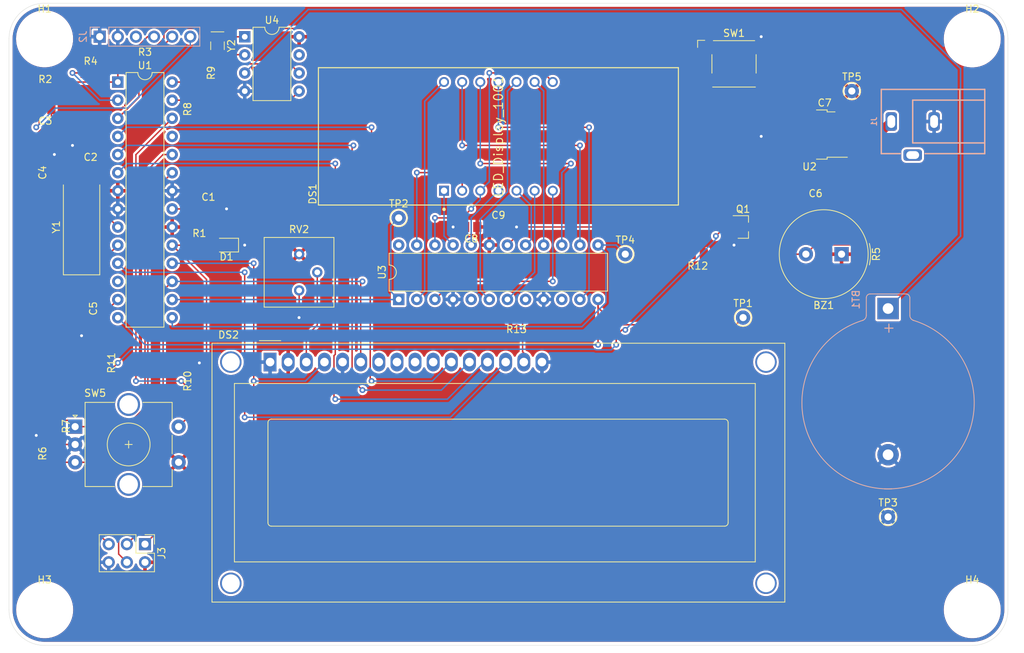
<source format=kicad_pcb>
(kicad_pcb (version 20211014) (generator pcbnew)
  (layers (0 "F.Cu" signal) (31 "B.Cu" signal) (34 "B.Paste" user) (35 "F.Paste" user) (36 "B.SilkS" user "B.Silkscreen") (37 "F.SilkS" user "F.Silkscreen") (38 "B.Mask" user) (39 "F.Mask" user) (44 "Edge.Cuts" user))
  (net 0 "")
  (net 1 "GND")
  (net 2 "Net-(C1-Pad1)")
  (net 3 "RESET")
  (net 4 "Net-(C3-Pad2)")
  (net 5 "Net-(C4-Pad1)")
  (net 6 "Net-(C5-Pad1)")
  (net 7 "Net-(C6-Pad1)")
  (net 8 "Net-(R1-Pad2)")
  (net 9 "LED_SCK")
  (net 10 "Net-(DS1-Pad1)")
  (net 11 "Net-(DS1-Pad2)")
  (net 12 "Net-(DS1-Pad3)")
  (net 13 "Net-(DS1-Pad4)")
  (net 14 "Net-(DS1-Pad5)")
  (net 15 "Net-(DS1-Pad6)")
  (net 16 "Net-(DS1-Pad7)")
  (net 17 "Net-(DS2-Pad3)")
  (net 18 "Net-(DS1-Pad9)")
  (net 19 "Net-(DS1-Pad10)")
  (net 20 "Net-(DS1-Pad11)")
  (net 21 "Net-(DS1-Pad12)")
  (net 22 "Net-(DS1-Pad13)")
  (net 23 "Net-(DS1-Pad14)")
  (net 24 "RS")
  (net 25 "D4")
  (net 26 "D5")
  (net 27 "D6")
  (net 28 "D7")
  (net 29 "Net-(DS2-Pad15)")
  (net 34 "VCC")
  (net 35 "MENU OUTPUT2")
  (net 36 "MENU_B")
  (net 37 "LOAD")
  (net 39 "Net-(J2-Pad5)")
  (net 40 "Net-(J2-Pad4)")
  (net 42 "TXD")
  (net 43 "RXD")
  (net 44 "CLK")
  (net 45 "SDA")
  (net 46 "SCL")
  (net 47 "DATA")
  (net 48 "MENU SCROLL")
  (net 49 "MOSI")
  (net 50 "BUZZER")
  (net 55 "Net-(U4-Pad1)")
  (net 56 "Net-(U4-Pad2)")
  (net 57 "+BATT")
  (net 59 "Net-(BZ1-Pad2)")
  (net 61 "Net-(Q1-Pad1)")
  (net 63 "Net-(U3-Pad18)")
  (footprint "footprints:MountingHole_3.2mm_M3" (layer "F.Cu") (at 215 140)
    (fp_text reference "H4")
    (fp_text value "MountingHole")
  )
  (footprint "footprints:TO-252-2" (layer "F.Cu") (at 192.195 73.405 180)
    (fp_text reference "U2")
    (fp_text value "L7805")
  )
  (footprint "footprints:DIP-8_W7.62mm" (layer "F.Cu") (at 113.04 59.7)
    (fp_text reference "U4")
    (fp_text value "DS1307_DIP-8")
  )
  (footprint "footprints:TC1602A-01T" (layer "F.Cu") (at 116.59 105.2925)
    (fp_text reference "DS2")
    (fp_text value "TC1602A-01T")
  )
  (footprint "footprints:R_0805_2012Metric" (layer "F.Cu") (at 85.09 67.31)
    (fp_text reference "R2")
    (fp_text value "R_0805_10K")
  )
  (footprint "footprints:DIP-28_W7.62mm" (layer "F.Cu") (at 95.25 66.05)
    (fp_text reference "U1")
    (fp_text value "ATmega328-PU")
  )
  (footprint "footprints:R_0805_2012Metric" (layer "F.Cu") (at 106.68 64.77 -90)
    (fp_text reference "R9")
    (fp_text value "R_0805_4.7K")
  )
  (footprint "footprints:C_0805_2012Metric" (layer "F.Cu") (at 144.78 86.36 180)
    (fp_text reference "C8")
    (fp_text value "C_0805_0.1uf")
  )
  (footprint "footprints:R_0805_2012Metric" (layer "F.Cu") (at 86.36 118.11 90)
    (fp_text reference "R6")
    (fp_text value "R_0805_10K")
  )
  (footprint "footprints:Crystal_SMD_HC49-SD" (layer "F.Cu") (at 90.17 86.36 90)
    (fp_text reference "Y1")
    (fp_text value "Crystal_16MHz")
  )
  (footprint "footprints:C_0805_2012Metric" (layer "F.Cu") (at 90.17 97.79 -90)
    (fp_text reference "C5")
    (fp_text value "C_0805_22pf")
  )
  (footprint "footprints:C_0805_2012Metric" (layer "F.Cu") (at 193.04 80.01 180)
    (fp_text reference "C6")
    (fp_text value "C_0805_1uf")
  )
  (footprint "footprints:DIP-24_W7.62mm" (layer "F.Cu") (at 134.615 96.51 90)
    (fp_text reference "U3")
    (fp_text value "MAX7219")
  )
  (footprint "footprints:PinHeader_2x03_P2.54mm_Vertical" (layer "F.Cu") (at 99.06 130.81 -90)
    (fp_text reference "J3")
    (fp_text value "Conn_02x03_Odd_Even")
  )
  (footprint "footprints:TestPoint_THTPad_D2.0mm_Drill1.0mm" (layer "F.Cu") (at 166.37 90.17)
    (fp_text reference "TP4")
    (fp_text value "TestPoint")
  )
  (footprint "footprints:R_0805_2012Metric" (layer "F.Cu") (at 91.44 64.77)
    (fp_text reference "R4")
    (fp_text value "R_0805_47")
  )
  (footprint "footprints:MountingHole_3.2mm_M3" (layer "F.Cu") (at 215 60)
    (fp_text reference "H2")
    (fp_text value "MountingHole")
  )
  (footprint "footprints:Potentiometer_Bourns_3386P_Vertical" (layer "F.Cu") (at 120.665 95.25)
    (fp_text reference "RV2")
    (fp_text value "R_POT_10K")
  )
  (footprint "footprints:RotaryEncoder_TT_EN11-Switch_Vertical_H20mm_CircularMountingHoles" (layer "F.Cu") (at 89.27 114.34)
    (fp_text reference "SW5")
    (fp_text value "RotaryEncoder_Switch")
  )
  (footprint "footprints:R_0805_2012Metric" (layer "F.Cu") (at 86.36 114.3 -90)
    (fp_text reference "R7")
    (fp_text value "R_0805_10K")
  )
  (footprint "footprints:MountingHole_3.2mm_M3" (layer "F.Cu") (at 85 140)
    (fp_text reference "H3")
    (fp_text value "MountingHole")
  )
  (footprint "footprints:SW_SPST_Omron_B3FS-100xP" (layer "F.Cu") (at 181.61 63.5)
    (fp_text reference "SW1")
    (fp_text value "Omron_B3F_SPST")
  )
  (footprint "footprints:R_0805_2012Metric" (layer "F.Cu") (at 176.53 90.17 180)
    (fp_text reference "R12")
    (fp_text value "R_0805_22K")
  )
  (footprint "footprints:R_0805_2012Metric" (layer "F.Cu") (at 99.06 63.5)
    (fp_text reference "R3")
    (fp_text value "R_0805_47")
  )
  (footprint "footprints:MountingHole_3.2mm_M3" (layer "F.Cu") (at 85 60)
    (fp_text reference "H1")
    (fp_text value "MountingHole")
  )
  (footprint "footprints:TestPoint_THTPad_D2.0mm_Drill1.0mm" (layer "F.Cu") (at 134.615 85.09)
    (fp_text reference "TP2")
    (fp_text value "TestPoint")
  )
  (footprint "footprints:R_0805_2012Metric" (layer "F.Cu") (at 92.71 105.41 -90)
    (fp_text reference "R11")
    (fp_text value "R_0805_2.2K")
  )
  (footprint "footprints:SOT-23" (layer "F.Cu") (at 182.88 86.36)
    (fp_text reference "Q1")
    (fp_text value "NPN_2N3904_SOT23")
  )
  (footprint "footprints:TestPoint_THTPad_D2.0mm_Drill1.0mm" (layer "F.Cu") (at 182.88 99.06)
    (fp_text reference "TP1")
    (fp_text value "TestPoint")
  )
  (footprint "footprints:R_0805_2012Metric" (layer "F.Cu") (at 106.68 107.95 90)
    (fp_text reference "R10")
    (fp_text value "R_0805_10K")
  )
  (footprint "footprints:C_0805_2012Metric" (layer "F.Cu") (at 85.09 69.85 180)
    (fp_text reference "C3")
    (fp_text value "C_0805_0.1uf")
  )
  (footprint "footprints:TestPoint_THTPad_D2.0mm_Drill1.0mm" (layer "F.Cu") (at 198.12 67.31)
    (fp_text reference "TP5")
    (fp_text value "TestPoint")
  )
  (footprint "footprints:Crystal_SMD_2Pin_3.2x1.5mm" (layer "F.Cu") (at 109.22 60.96 -90)
    (fp_text reference "Y2")
    (fp_text value "Crystal_32768Hz")
  )
  (footprint "footprints:C_0805_2012Metric" (layer "F.Cu") (at 107.95 83.82)
    (fp_text reference "C1")
    (fp_text value "C_0805_0.1uf")
  )
  (footprint "footprints:TestPoint_THTPad_D2.0mm_Drill1.0mm" (layer "F.Cu") (at 203.2 127)
    (fp_text reference "TP3")
    (fp_text value "TestPoint")
  )
  (footprint "footprints:Adafruit-1001-0-0-MFG" (layer "F.Cu") (at 148.59 73.66 90)
    (fp_text reference "DS1")
    (fp_text value "LED_Display_1001")
  )
  (footprint "footprints:R_0805_2012Metric" (layer "F.Cu") (at 106.68 69.85 90)
    (fp_text reference "R8")
    (fp_text value "R_0805_4.7K")
  )
  (footprint "footprints:R_0805_2012Metric" (layer "F.Cu") (at 151.13 99.06 180)
    (fp_text reference "R13")
    (fp_text value "R_0805_47")
  )
  (footprint "footprints:R_0805_2012Metric" (layer "F.Cu") (at 203.2 90.17 90)
    (fp_text reference "R5")
    (fp_text value "R_0805_1K")
  )
  (footprint "footprints:R_0805_2012Metric" (layer "F.Cu") (at 106.68 88.9)
    (fp_text reference "R1")
    (fp_text value "R_0805_2.2K")
  )
  (footprint "footprints:C_0805_2012Metric" (layer "F.Cu") (at 91.44 74.93 180)
    (fp_text reference "C2")
    (fp_text value "C_0805_0.1uf")
  )
  (footprint "footprints:C_0805_2012Metric" (layer "F.Cu") (at 86.36 78.74 90)
    (fp_text reference "C4")
    (fp_text value "C_0805_22pf")
  )
  (footprint "footprints:C_0805_2012Metric" (layer "F.Cu") (at 148.59 86.36)
    (fp_text reference "C9")
    (fp_text value "C_0805_10uf")
  )
  (footprint "footprints:C_0805_2012Metric" (layer "F.Cu") (at 194.31 67.31 180)
    (fp_text reference "C7")
    (fp_text value "C_0805_0.1uf")
  )
  (footprint "footprints:LED_0805_2012Metric" (layer "F.Cu") (at 110.49 88.9 180)
    (fp_text reference "D1")
    (fp_text value "LED_0805")
  )
  (footprint "footprints:Buzzer_TDK_PS1240P02BT_D12.2mm_H6.5mm" (layer "F.Cu") (at 196.680785 90.17 180)
    (fp_text reference "BZ1")
    (fp_text value "Buzzer")
  )
  (footprint "footprints:PinHeader_1x06_P2.54mm_Vertical" (layer "B.Cu") (at 92.71 59.69 -90)
    (fp_text reference "J2")
    (fp_text value "Conn_01x06")
  )
  (footprint "footprints:PJ-102AH" (layer "B.Cu") (at 206.65 71.579994 90)
    (fp_text reference "J1")
    (fp_text value "VAL**" hide)
  )
  (footprint "footprints:BatteryHolder_Keystone_106_1x20mm" (layer "B.Cu") (at 203.2 97.79 -90)
    (fp_text reference "BT1")
    (fp_text value "Battery_Cell")
  )
  (gr_line locked (start 220 60) (end 220 140) (layer "Edge.Cuts") (width 0.05))
  (gr_line locked (start 80 60) (end 80 140) (layer "Edge.Cuts") (width 0.05))
  (gr_arc locked (start 80 60) (mid 81.464466 56.464466) (end 85 55) (layer "Edge.Cuts") (width 0.05))
  (gr_arc locked (start 85 145) (mid 81.464466 143.535534) (end 80 140) (layer "Edge.Cuts") (width 0.05))
  (gr_arc locked (start 220 140) (mid 218.535534 143.535534) (end 215 145) (layer "Edge.Cuts") (width 0.05))
  (gr_line locked (start 215 55) (end 85 55) (layer "Edge.Cuts") (width 0.05))
  (gr_arc locked (start 215 55) (mid 218.535534 56.464466) (end 220 60) (layer "Edge.Cuts") (width 0.05))
  (gr_line locked (start 215 145) (end 85 145) (layer "Edge.Cuts") (width 0.05))
  (gr_text "Cuckoo Tic Toc" (at 201.93 133.35) (layer "F.Cu") (effects (font (size 1.5 1.5) (thickness 0.3))))
  (segment (start 90.59 74.93) (end 88.9 74.93) (width 0.2032) (layer "F.Cu") (net 1))
  (segment (start 106.68 107.1) (end 106.68 105.41) (width 0.2032) (layer "F.Cu") (net 1))
  (segment (start 120.665 95.25) (end 120.665 99.045) (width 0.2032) (layer "F.Cu") (net 1))
  (segment (start 190.095 77.915) (end 190.095 73.405) (width 1.27) (layer "F.Cu") (net 1))
  (segment (start 181.88 88.63) (end 181.61 88.9) (width 0.2032) (layer "F.Cu") (net 1))
  (segment (start 149.44 86.36) (end 151.13 86.36) (width 0.2032) (layer "F.Cu") (net 1))
  (segment (start 86.36 115.52) (end 86.36 117.26) (width 0.2032) (layer "F.Cu") (net 1))
  (segment (start 190.094997 73.405009) (end 185.674991 73.405009) (width 1.27) (layer "F.Cu") (net 1))
  (segment (start 111.34 88.9) (end 113.03 88.9) (width 0.2032) (layer "F.Cu") (net 1))
  (segment (start 185.61 59.88) (end 185.42 59.69) (width 0.2032) (layer "F.Cu") (net 1))
  (segment (start 86.36 117.26) (end 86.78 116.84) (width 0.2032) (layer "F.Cu") (net 1))
  (segment (start 90.17 98.64) (end 90.17 101.6) (width 0.2032) (layer "F.Cu") (net 1))
  (segment (start 190.094997 70.674992) (end 193.459989 67.31) (width 1.27) (layer "F.Cu") (net 1))
  (segment (start 192.19 80.01) (end 190.095 77.915) (width 1.27) (layer "F.Cu") (net 1))
  (segment (start 190.095 73.405) (end 190.095 70.675) (width 0.2032) (layer "F.Cu") (net 1))
  (segment (start 86.36 77.47) (end 86.36 76.2) (width 0.2032) (layer "F.Cu") (net 1))
  (segment (start 86.36 115.15) (end 84.24 115.15) (width 0.2032) (layer "F.Cu") (net 1))
  (segment (start 177.61 61.25) (end 185.61 61.25) (width 0.2032) (layer "F.Cu") (net 1))
  (segment (start 86.78 116.84) (end 89.27 116.84) (width 0.2032) (layer "F.Cu") (net 1))
  (segment (start 84.24 115.15) (end 83.82 115.57) (width 0.2032) (layer "F.Cu") (net 1))
  (segment (start 120.665 99.045) (end 120.65 99.06) (width 0.2032) (layer "F.Cu") (net 1))
  (segment (start 86.36 77.89) (end 86.36 77.47) (width 0.2032) (layer "F.Cu") (net 1))
  (segment (start 185.61 61.25) (end 185.61 59.88) (width 0.2032) (layer "F.Cu") (net 1))
  (segment (start 181.88 87.31) (end 181.88 88.63) (width 0.2032) (layer "F.Cu") (net 1))
  (segment (start 143.93 86.36) (end 142.24 86.36) (width 0.2032) (layer "F.Cu") (net 1))
  (segment (start 108.8 83.82) (end 110.49 83.82) (width 0.2032) (layer "F.Cu") (net 1))
  (segment (start 185.675 73.405) (end 185.42 73.66) (width 0.2032) (layer "F.Cu") (net 1))
  (via (at 120.65 99.06) (size 0.8128) (drill 0.4064) (layers "F.Cu" "B.Cu") (net 1))
  (via (at 110.49 83.82) (size 0.8128) (drill 0.4064) (layers "F.Cu" "B.Cu") (net 1))
  (via (at 90.17 101.6) (size 0.8128) (drill 0.4064) (layers "F.Cu" "B.Cu") (net 1))
  (via (at 185.42 73.66) (size 0.8128) (drill 0.4064) (layers "F.Cu" "B.Cu") (net 1))
  (via (at 151.13 86.36) (size 0.8128) (drill 0.4064) (layers "F.Cu" "B.Cu") (net 1))
  (via (at 83.82 115.57) (size 0.8128) (drill 0.4064) (layers "F.Cu" "B.Cu") (net 1))
  (via (at 113.03 88.9) (size 0.8128) (drill 0.4064) (layers "F.Cu" "B.Cu") (net 1))
  (via (at 88.9 74.93) (size 0.8128) (drill 0.4064) (layers "F.Cu" "B.Cu") (net 1))
  (via (at 86.36 76.2) (size 0.8128) (drill 0.4064) (layers "F.Cu" "B.Cu") (net 1))
  (via (at 181.61 88.9) (size 0.8128) (drill 0.4064) (layers "F.Cu" "B.Cu") (net 1))
  (via (at 142.24 86.36) (size 0.8128) (drill 0.4064) (layers "F.Cu" "B.Cu") (net 1))
  (via (at 185.42 59.69) (size 0.8128) (drill 0.4064) (layers "F.Cu" "B.Cu") (net 1))
  (via (at 106.68 105.41) (size 0.8128) (drill 0.4064) (layers "F.Cu" "B.Cu") (net 1))
  (segment (start 107.09 83.83) (end 107.1 83.82) (width 0.2032) (layer "F.Cu") (net 2))
  (segment (start 102.88 83.83) (end 107.09 83.83) (width 0.2032) (layer "F.Cu") (net 2))
  (segment (start 97.456501 62.23) (end 95.26 64.426501) (width 0.2032) (layer "F.Cu") (net 3))
  (segment (start 101.715689 59.936754) (end 99.422443 62.23) (width 0.2032) (layer "F.Cu") (net 3))
  (segment (start 101.715689 59.211868) (end 101.715689 59.936754) (width 0.2032) (layer "F.Cu") (net 3))
  (segment (start 85.94 71.275098) (end 85.94 69.85) (width 0.2032) (layer "F.Cu") (net 3))
  (segment (start 83.109289 119.939289) (end 83.109289 74.105809) (width 0.2032) (layer "F.Cu") (net 3))
  (segment (start 99.422443 62.23) (end 97.456501 62.23) (width 0.2032) (layer "F.Cu") (net 3))
  (segment (start 87.2 66.05) (end 95.26 66.05) (width 0.2032) (layer "F.Cu") (net 3))
  (segment (start 177.61 65.75) (end 170.395689 58.535689) (width 0.2032) (layer "F.Cu") (net 3))
  (segment (start 85.94 67.31) (end 87.2 66.05) (width 0.2032) (layer "F.Cu") (net 3))
  (segment (start 83.109289 74.105809) (end 85.94 71.275098) (width 0.2032) (layer "F.Cu") (net 3))
  (segment (start 85.94 67.31) (end 85.94 69.85) (width 0.2032) (layer "F.Cu") (net 3))
  (segment (start 102.391868 58.535689) (end 101.715689 59.211868) (width 0.2032) (layer "F.Cu") (net 3))
  (segment (start 95.26 64.426501) (end 95.26 66.05) (width 0.2032) (layer "F.Cu") (net 3))
  (segment (start 93.98 130.81) (end 83.109289 119.939289) (width 0.2032) (layer "F.Cu") (net 3))
  (segment (start 170.395689 58.535689) (end 102.391868 58.535689) (width 0.2032) (layer "F.Cu") (net 3))
  (segment (start 177.61 65.75) (end 185.61 65.75) (width 0.2032) (layer "F.Cu") (net 3))
  (segment (start 84.24 71.97) (end 83.82 72.39) (width 0.2032) (layer "F.Cu") (net 4))
  (segment (start 84.24 69.85) (end 84.24 71.97) (width 0.2032) (layer "F.Cu") (net 4))
  (via (at 83.82 72.39) (size 0.8128) (drill 0.4064) (layers "F.Cu" "B.Cu") (net 4))
  (segment (start 83.82 72.39) (end 86.515689 69.694311) (width 0.2032) (layer "B.Cu") (net 4))
  (segment (start 86.515689 69.694311) (end 96.60777 69.694311) (width 0.2032) (layer "B.Cu") (net 4))
  (segment (start 105.41 60.892081) (end 105.41 59.69) (width 0.2032) (layer "B.Cu") (net 4))
  (segment (start 96.60777 69.694311) (end 105.41 60.892081) (width 0.2032) (layer "B.Cu") (net 4))
  (segment (start 91 82.11) (end 95.26 86.37) (width 0.2032) (layer "F.Cu") (net 5))
  (segment (start 87.65 79.59) (end 90.17 82.11) (width 0.2032) (layer "F.Cu") (net 5))
  (segment (start 86.36 79.59) (end 87.65 79.59) (width 0.2032) (layer "F.Cu") (net 5))
  (segment (start 90.17 82.11) (end 91 82.11) (width 0.2032) (layer "F.Cu") (net 5))
  (segment (start 90.17 90.61) (end 90.17 96.94) (width 0.2032) (layer "F.Cu") (net 6))
  (segment (start 90.17 90.61) (end 93.56 90.61) (width 0.2032) (layer "F.Cu") (net 6))
  (segment (start 93.56 90.61) (end 95.26 88.91) (width 0.2032) (layer "F.Cu") (net 6))
  (segment (start 193.89 80.01) (end 196.85 77.05) (width 1.27) (layer "F.Cu") (net 7))
  (segment (start 196.85 76.14) (end 196.395 75.685) (width 1.27) (layer "F.Cu") (net 7))
  (segment (start 196.395 75.685) (end 199.544994 75.685) (width 1.27) (layer "F.Cu") (net 7))
  (segment (start 196.85 77.05) (end 196.85 76.14) (width 1.27) (layer "F.Cu") (net 7))
  (segment (start 199.544994 75.685) (end 203.65 71.579994) (width 1.27) (layer "F.Cu") (net 7))
  (segment (start 107.6175 88.9) (end 109.64 88.9) (width 0.2032) (layer "F.Cu") (net 8))
  (segment (start 107.684311 93.714311) (end 102.88 88.91) (width 0.2032) (layer "F.Cu") (net 9))
  (segment (start 107.684311 119.645689) (end 107.684311 93.714311) (width 0.2032) (layer "F.Cu") (net 9))
  (segment (start 102.88 88.91) (end 105.7325 88.91) (width 0.2032) (layer "F.Cu") (net 9))
  (segment (start 96.52 130.81) (end 107.684311 119.645689) (width 0.2032) (layer "F.Cu") (net 9))
  (segment (start 105.7325 88.91) (end 105.7425 88.9) (width 0.2032) (layer "F.Cu") (net 9))
  (segment (start 142.235 88.89) (end 140.97 87.625) (width 0.2032) (layer "B.Cu") (net 10))
  (segment (start 140.97 87.625) (end 140.97 81.28) (width 0.2032) (layer "B.Cu") (net 10))
  (segment (start 137.16 78.74) (end 143.51 78.74) (width 0.2032) (layer "F.Cu") (net 11))
  (segment (start 143.51 78.74) (end 143.51 81.28) (width 0.2032) (layer "F.Cu") (net 11))
  (via (at 137.16 78.74) (size 0.8128) (drill 0.4064) (layers "F.Cu" "B.Cu") (net 11))
  (segment (start 137.155 88.89) (end 137.155 78.745) (width 0.2032) (layer "B.Cu") (net 11))
  (segment (start 137.155 78.745) (end 137.16 78.74) (width 0.2032) (layer "B.Cu") (net 11))
  (segment (start 143.51 85.09) (end 144.78 83.82) (width 0.2032) (layer "F.Cu") (net 12))
  (segment (start 139.7 85.09) (end 143.51 85.09) (width 0.2032) (layer "F.Cu") (net 12))
  (segment (start 147.32 64.77) (end 154.94 64.77) (width 0.2032) (layer "F.Cu") (net 12))
  (segment (start 154.94 64.77) (end 156.21 66.04) (width 0.2032) (layer "F.Cu") (net 12))
  (via (at 139.7 85.09) (size 0.8128) (drill 0.4064) (layers "F.Cu" "B.Cu") (net 12))
  (via (at 147.32 64.77) (size 0.8128) (drill 0.4064) (layers "F.Cu" "B.Cu") (net 12))
  (via (at 144.78 83.82) (size 0.8128) (drill 0.4064) (layers "F.Cu" "B.Cu") (net 12))
  (segment (start 146.05 81.28) (end 147.32 80.01) (width 0.2032) (layer "B.Cu") (net 12))
  (segment (start 139.695 85.095) (end 139.7 85.09) (width 0.2032) (layer "B.Cu") (net 12))
  (segment (start 147.32 80.01) (end 147.32 64.77) (width 0.2032) (layer "B.Cu") (net 12))
  (segment (start 144.78 83.82) (end 146.05 82.55) (width 0.2032) (layer "B.Cu") (net 12))
  (segment (start 146.05 82.55) (end 146.05 81.28) (width 0.2032) (layer "B.Cu") (net 12))
  (segment (start 139.695 88.89) (end 139.695 85.095) (width 0.2032) (layer "B.Cu") (net 12))
  (segment (start 144.775 88.89) (end 144.775 85.095) (width 0.2032) (layer "B.Cu") (net 13))
  (segment (start 144.775 85.095) (end 148.59 81.28) (width 0.2032) (layer "B.Cu") (net 13))
  (segment (start 153.194999 83.344999) (end 151.13 81.28) (width 0.2032) (layer "B.Cu") (net 14))
  (segment (start 153.194999 88.090001) (end 153.194999 83.344999) (width 0.2032) (layer "B.Cu") (net 14))
  (segment (start 152.395 88.89) (end 153.194999 88.090001) (width 0.2032) (layer "B.Cu") (net 14))
  (segment (start 153.67 81.28) (end 153.67 92.695) (width 0.2032) (layer "B.Cu") (net 15))
  (segment (start 153.67 92.695) (end 149.855 96.51) (width 0.2032) (layer "B.Cu") (net 15))
  (segment (start 142.24 93.98) (end 156.21 93.98) (width 0.2032) (layer "F.Cu") (net 16))
  (segment (start 139.695 96.515) (end 139.7 96.52) (width 0.2032) (layer "F.Cu") (net 16))
  (segment (start 139.7 96.52) (end 142.24 93.98) (width 0.2032) (layer "F.Cu") (net 16))
  (segment (start 139.695 96.51) (end 139.695 96.515) (width 0.2032) (layer "F.Cu") (net 16))
  (via (at 156.21 93.98) (size 0.8128) (drill 0.4064) (layers "F.Cu" "B.Cu") (net 16))
  (segment (start 156.21 93.98) (end 156.21 81.28) (width 0.2032) (layer "B.Cu") (net 16))
  (segment (start 121.67 101.647025) (end 121.67 105.2925) (width 0.2032) (layer "F.Cu") (net 17))
  (segment (start 123.205 92.71) (end 123.205 100.112025) (width 0.2032) (layer "F.Cu") (net 17))
  (segment (start 123.205 100.112025) (end 121.67 101.647025) (width 0.2032) (layer "F.Cu") (net 17))
  (segment (start 154.934996 88.889992) (end 154.934996 67.304996) (width 0.2032) (layer "B.Cu") (net 18))
  (segment (start 154.934996 67.304996) (end 153.67 66.04) (width 0.2032) (layer "B.Cu") (net 18))
  (segment (start 149.86 81.430311) (end 149.86 67.31) (width 0.2032) (layer "B.Cu") (net 19))
  (segment (start 147.315 96.51) (end 146.05 95.245) (width 0.2032) (layer "B.Cu") (net 19))
  (segment (start 149.86 67.31) (end 151.13 66.04) (width 0.2032) (layer "B.Cu") (net 19))
  (segment (start 146.05 85.240311) (end 149.86 81.430311) (width 0.2032) (layer "B.Cu") (net 19))
  (segment (start 146.05 95.245) (end 146.05 85.240311) (width 0.2032) (layer "B.Cu") (net 19))
  (segment (start 161.29 72.39) (end 148.59 72.39) (width 0.2032) (layer "F.Cu") (net 20))
  (via (at 148.59 72.39) (size 0.8128) (drill 0.4064) (layers "F.Cu" "B.Cu") (net 20))
  (via (at 161.29 72.39) (size 0.8128) (drill 0.4064) (layers "F.Cu" "B.Cu") (net 20))
  (segment (start 161.29 95.235) (end 161.29 72.39) (width 0.2032) (layer "B.Cu") (net 20))
  (segment (start 160.015 96.51) (end 161.29 95.235) (width 0.2032) (layer "B.Cu") (net 20))
  (segment (start 148.59 72.39) (end 148.59 66.04) (width 0.2032) (layer "B.Cu") (net 20))
  (segment (start 158.745 77.47) (end 146.05 77.47) (width 0.2032) (layer "F.Cu") (net 21))
  (segment (start 158.75 77.475) (end 158.745 77.47) (width 0.2032) (layer "F.Cu") (net 21))
  (via (at 146.05 77.47) (size 0.8128) (drill 0.4064) (layers "F.Cu" "B.Cu") (net 21))
  (via (at 158.75 77.475) (size 0.8128) (drill 0.4064) (layers "F.Cu" "B.Cu") (net 21))
  (segment (start 157.475 88.89) (end 157.475 78.75) (width 0.2032) (layer "B.Cu") (net 21))
  (segment (start 157.475 78.75) (end 158.75 77.475) (width 0.2032) (layer "B.Cu") (net 21))
  (segment (start 146.05 77.47) (end 146.05 66.04) (width 0.2032) (layer "B.Cu") (net 21))
  (segment (start 160.02 74.93) (end 143.51 74.93) (width 0.2032) (layer "F.Cu") (net 22))
  (via (at 160.02 74.93) (size 0.8128) (drill 0.4064) (layers "F.Cu" "B.Cu") (net 22))
  (via (at 143.51 74.93) (size 0.8128) (drill 0.4064) (layers "F.Cu" "B.Cu") (net 22))
  (segment (start 160.015 88.89) (end 160.015 88.895) (width 0.2032) (layer "B.Cu") (net 22))
  (segment (start 160.015 88.895) (end 160.02 88.9) (width 0.2032) (layer "B.Cu") (net 22))
  (segment (start 160.02 88.9) (end 160.02 74.93) (width 0.2032) (layer "B.Cu") (net 22))
  (segment (start 143.51 74.93) (end 143.51 66.04) (width 0.2032) (layer "B.Cu") (net 22))
  (segment (start 137.155 96.51) (end 138.259311 95.405689) (width 0.2032) (layer "B.Cu") (net 23))
  (segment (start 138.259311 68.750689) (end 140.97 66.04) (width 0.2032) (layer "B.Cu") (net 23))
  (segment (start 138.259311 95.405689) (end 138.259311 68.750689) (width 0.2032) (layer "B.Cu") (net 23))
  (segment (start 114.3 91.46) (end 114.3 107.95) (width 0.2032) (layer "F.Cu") (net 24))
  (segment (start 99.06 130.81) (end 114.3 115.57) (width 0.2032) (layer "F.Cu") (net 24))
  (segment (start 114.3 91.46) (end 114.29 91.45) (width 0.2032) (layer "F.Cu") (net 24))
  (segment (start 114.3 115.57) (end 114.3 107.95) (width 0.2032) (layer "F.Cu") (net 24))
  (via (at 114.29 91.45) (size 0.8128) (drill 0.4064) (layers "F.Cu" "B.Cu") (net 24))
  (via (at 114.3 107.95) (size 0.8128) (drill 0.4064) (layers "F.Cu" "B.Cu") (net 24))
  (segment (start 114.3 107.95) (end 121.5525 107.95) (width 0.2032) (layer "B.Cu") (net 24))
  (segment (start 121.5525 107.95) (end 124.21 105.2925) (width 0.2032) (layer "B.Cu") (net 24))
  (segment (start 114.29 91.45) (end 102.88 91.45) (width 0.2032) (layer "B.Cu") (net 24))
  (segment (start 130.62568 95.097942) (end 130.62568 107.76568) (width 0.2032) (layer "F.Cu") (net 25))
  (segment (start 130.62568 107.76568) (end 130.81 107.95) (width 0.2032) (layer "F.Cu") (net 25))
  (segment (start 130.81 94.913622) (end 130.62568 95.097942) (width 0.2032) (layer "F.Cu") (net 25))
  (segment (start 130.81 72.39) (end 130.81 94.913622) (width 0.2032) (layer "F.Cu") (net 25))
  (via (at 130.81 72.39) (size 0.8128) (drill 0.4064) (layers "F.Cu" "B.Cu") (net 25))
  (via (at 130.81 107.95) (size 0.8128) (drill 0.4064) (layers "F.Cu" "B.Cu") (net 25))
  (segment (start 139.3325 107.95) (end 141.99 105.2925) (width 0.2032) (layer "B.Cu") (net 25))
  (segment (start 95.26 73.67) (end 96.54 72.39) (width 0.2032) (layer "B.Cu") (net 25))
  (segment (start 96.54 72.39) (end 130.81 72.39) (width 0.2032) (layer "B.Cu") (net 25))
  (segment (start 130.81 107.95) (end 139.3325 107.95) (width 0.2032) (layer "B.Cu") (net 25))
  (segment (start 128.27 74.93) (end 128.08568 75.11432) (width 0.2032) (layer "F.Cu") (net 26))
  (segment (start 128.08568 107.76568) (end 129.54 109.22) (width 0.2032) (layer "F.Cu") (net 26))
  (segment (start 128.08568 75.11432) (end 128.08568 107.76568) (width 0.2032) (layer "F.Cu") (net 26))
  (via (at 129.54 109.22) (size 0.8128) (drill 0.4064) (layers "F.Cu" "B.Cu") (net 26))
  (via (at 128.27 74.93) (size 0.8128) (drill 0.4064) (layers "F.Cu" "B.Cu") (net 26))
  (segment (start 96.54 74.93) (end 95.26 76.21) (width 0.2032) (layer "B.Cu") (net 26))
  (segment (start 140.6025 109.22) (end 144.53 105.2925) (width 0.2032) (layer "B.Cu") (net 26))
  (segment (start 129.54 109.22) (end 140.6025 109.22) (width 0.2032) (layer "B.Cu") (net 26))
  (segment (start 128.27 74.93) (end 96.54 74.93) (width 0.2032) (layer "B.Cu") (net 26))
  (segment (start 125.73 110.49) (end 125.54568 110.30568) (width 0.2032) (layer "F.Cu") (net 27))
  (segment (start 125.54568 104.393655) (end 125.73 104.209335) (width 0.2032) (layer "F.Cu") (net 27))
  (segment (start 125.73 104.209335) (end 125.73 77.47) (width 0.2032) (layer "F.Cu") (net 27))
  (segment (start 125.54568 110.30568) (end 125.54568 104.393655) (width 0.2032) (layer "F.Cu") (net 27))
  (via (at 125.73 110.49) (size 0.8128) (drill 0.4064) (layers "F.Cu" "B.Cu") (net 27))
  (via (at 125.73 77.47) (size 0.8128) (drill 0.4064) (layers "F.Cu" "B.Cu") (net 27))
  (segment (start 125.73 110.49) (end 141.435665 110.49) (width 0.2032) (layer "B.Cu") (net 27))
  (segment (start 146.633165 105.2925) (end 147.07 105.2925) (width 0.2032) (layer "B.Cu") (net 27))
  (segment (start 141.435665 110.49) (end 146.633165 105.2925) (width 0.2032) (layer "B.Cu") (net 27))
  (segment (start 125.73 77.47) (end 96.54 77.47) (width 0.2032) (layer "B.Cu") (net 27))
  (segment (start 96.54 77.47) (end 95.26 78.75) (width 0.2032) (layer "B.Cu") (net 27))
  (segment (start 113.03 92.71) (end 113.03 113.03) (width 0.2032) (layer "F.Cu") (net 28))
  (via (at 113.03 92.71) (size 0.8128) (drill 0.4064) (layers "F.Cu" "B.Cu") (net 28))
  (via (at 113.03 113.03) (size 0.8128) (drill 0.4064) (layers "F.Cu" "B.Cu") (net 28))
  (segment (start 96.52 92.71) (end 113.03 92.71) (width 0.2032) (layer "B.Cu") (net 28))
  (segment (start 141.8725 113.03) (end 149.61 105.2925) (width 0.2032) (layer "B.Cu") (net 28))
  (segment (start 95.26 91.45) (end 96.52 92.71) (width 0.2032) (layer "B.Cu") (net 28))
  (segment (start 113.03 113.03) (end 141.8725 113.03) (width 0.2032) (layer "B.Cu") (net 28))
  (segment (start 151.98 103.8525) (end 152.15 104.0225) (width 0.2032) (layer "F.Cu") (net 29))
  (segment (start 151.98 99.06) (end 151.98 103.8525) (width 0.2032) (layer "F.Cu") (net 29))
  (segment (start 99.06 78.74) (end 101.59 76.21) (width 0.2032) (layer "F.Cu") (net 35))
  (segment (start 86.36 113.45) (end 88.38 113.45) (width 0.2032) (layer "F.Cu") (net 35))
  (segment (start 88.38 113.45) (end 89.27 114.34) (width 0.2032) (layer "F.Cu") (net 35))
  (segment (start 96.363104 114.34) (end 99.06 111.643104) (width 0.2032) (layer "F.Cu") (net 35))
  (segment (start 89.27 114.34) (end 96.363104 114.34) (width 0.2032) (layer "F.Cu") (net 35))
  (segment (start 99.06 111.643104) (end 99.06 78.74) (width 0.2032) (layer "F.Cu") (net 35))
  (segment (start 101.59 76.21) (end 102.88 76.21) (width 0.2032) (layer "F.Cu") (net 35))
  (segment (start 103.77 114.34) (end 106.68 111.43) (width 0.2032) (layer "F.Cu") (net 36))
  (segment (start 97.79 76.22) (end 97.79 107.95) (width 0.2032) (layer "F.Cu") (net 36))
  (segment (start 106.68 111.43) (end 106.68 108.8) (width 0.2032) (layer "F.Cu") (net 36))
  (segment (start 104.14 107.95) (end 104.99 108.8) (width 0.2032) (layer "F.Cu") (net 36))
  (segment (start 102.88 71.13) (end 97.79 76.22) (width 0.2032) (layer "F.Cu") (net 36))
  (segment (start 104.99 108.8) (end 106.68 108.8) (width 0.2032) (layer "F.Cu") (net 36))
  (via (at 104.14 107.95) (size 0.8128) (drill 0.4064) (layers "F.Cu" "B.Cu") (net 36))
  (via (at 97.79 107.95) (size 0.8128) (drill 0.4064) (layers "F.Cu" "B.Cu") (net 36))
  (segment (start 97.79 107.95) (end 104.14 107.95) (width 0.2032) (layer "B.Cu") (net 36))
  (segment (start 162.555 102.865) (end 162.555 96.51) (width 0.2032) (layer "F.Cu") (net 37))
  (segment (start 162.555 97.64137) (end 164.977941 100.064311) (width 0.2032) (layer "F.Cu") (net 37))
  (segment (start 181.875689 100.064311) (end 182.88 99.06) (width 0.2032) (layer "F.Cu") (net 37))
  (segment (start 162.56 102.87) (end 162.555 102.865) (width 0.2032) (layer "F.Cu") (net 37))
  (segment (start 162.555 96.51) (end 162.555 97.64137) (width 0.2032) (layer "F.Cu") (net 37))
  (segment (start 164.977941 100.064311) (end 181.875689 100.064311) (width 0.2032) (layer "F.Cu") (net 37))
  (via (at 162.56 102.87) (size 0.8128) (drill 0.4064) (layers "F.Cu" "B.Cu") (net 37))
  (segment (start 95.26 99.07) (end 99.06 102.87) (width 0.2032) (layer "B.Cu") (net 37))
  (segment (start 99.06 102.87) (end 162.56 102.87) (width 0.2032) (layer "B.Cu") (net 37))
  (segment (start 99.91 62.65) (end 102.87 59.69) (width 0.2032) (layer "F.Cu") (net 39))
  (segment (start 99.91 63.5) (end 99.91 62.65) (width 0.2032) (layer "F.Cu") (net 39))
  (segment (start 99.422443 59.69) (end 100.33 59.69) (width 0.2032) (layer "F.Cu") (net 40))
  (segment (start 92.29 64.77) (end 94.342443 64.77) (width 0.2032) (layer "F.Cu") (net 40))
  (segment (start 94.342443 64.77) (end 99.422443 59.69) (width 0.2032) (layer "F.Cu") (net 40))
  (segment (start 98.21 68.18) (end 95.26 71.13) (width 0.2032) (layer "F.Cu") (net 42))
  (segment (start 98.21 63.5) (end 98.21 68.18) (width 0.2032) (layer "F.Cu") (net 42))
  (segment (start 88.9 64.77) (end 90.59 64.77) (width 0.2032) (layer "F.Cu") (net 43))
  (via (at 88.9 64.77) (size 0.8128) (drill 0.4064) (layers "F.Cu" "B.Cu") (net 43))
  (segment (start 92.72 68.59) (end 88.9 64.77) (width 0.2032) (layer "B.Cu") (net 43))
  (segment (start 95.26 68.59) (end 92.72 68.59) (width 0.2032) (layer "B.Cu") (net 43))
  (segment (start 102.87 100.33) (end 102.88 100.32) (width 0.2032) (layer "B.Cu") (net 44))
  (segment (start 162.555 88.89) (end 163.659311 89.994311) (width 0.2032) (layer "B.Cu") (net 44))
  (segment (start 163.659311 96.967422) (end 160.296733 100.33) (width 0.2032) (layer "B.Cu") (net 44))
  (segment (start 102.88 100.32) (end 102.88 99.07) (width 0.2032) (layer "B.Cu") (net 44))
  (segment (start 163.659311 89.994311) (end 163.659311 96.967422) (width 0.2032) (layer "B.Cu") (net 44))
  (segment (start 160.296733 100.33) (end 102.87 100.33) (width 0.2032) (layer "B.Cu") (net 44))
  (segment (start 165.09 88.89) (end 162.555 88.89) (width 0.2032) (layer "B.Cu") (net 44))
  (segment (start 166.37 90.17) (end 165.09 88.89) (width 0.2032) (layer "B.Cu") (net 44))
  (segment (start 106.68 69) (end 118.98 69) (width 0.2032) (layer "F.Cu") (net 45))
  (segment (start 106.27 68.59) (end 106.68 69) (width 0.2032) (layer "F.Cu") (net 45))
  (segment (start 102.88 68.59) (end 106.27 68.59) (width 0.2032) (layer "F.Cu") (net 45))
  (segment (start 118.98 69) (end 120.66 67.32) (width 0.2032) (layer "F.Cu") (net 45))
  (segment (start 106.25 66.05) (end 106.68 65.62) (width 0.2032) (layer "F.Cu") (net 46))
  (segment (start 119.38 63.5) (end 120.66 64.78) (width 0.2032) (layer "F.Cu") (net 46))
  (segment (start 106.68 65.62) (end 106.805 65.62) (width 0.2032) (layer "F.Cu") (net 46))
  (segment (start 102.88 66.05) (end 106.25 66.05) (width 0.2032) (layer "F.Cu") (net 46))
  (segment (start 108.925 63.5) (end 119.38 63.5) (width 0.2032) (layer "F.Cu") (net 46))
  (segment (start 106.805 65.62) (end 108.925 63.5) (width 0.2032) (layer "F.Cu") (net 46))
  (segment (start 134.595 96.53) (end 134.615 96.51) (width 0.2032) (layer "B.Cu") (net 47))
  (segment (start 134.615 85.09) (end 133.510689 86.194311) (width 0.2032) (layer "B.Cu") (net 47))
  (segment (start 133.510689 95.405689) (end 134.615 96.51) (width 0.2032) (layer "B.Cu") (net 47))
  (segment (start 102.88 96.53) (end 134.595 96.53) (width 0.2032) (layer "B.Cu") (net 47))
  (segment (start 133.510689 86.194311) (end 133.510689 95.405689) (width 0.2032) (layer "B.Cu") (net 47))
  (segment (start 86.74 119.34) (end 89.27 119.34) (width 0.2032) (layer "F.Cu") (net 48))
  (segment (start 91.937161 119.34) (end 99.46592 111.811241) (width 0.2032) (layer "F.Cu") (net 48))
  (segment (start 99.46592 111.811241) (end 99.46592 82.16408) (width 0.2032) (layer "F.Cu") (net 48))
  (segment (start 99.46592 82.16408) (end 102.88 78.75) (width 0.2032) (layer "F.Cu") (net 48))
  (segment (start 86.36 118.96) (end 86.74 119.34) (width 0.2032) (layer "F.Cu") (net 48))
  (segment (start 89.27 119.34) (end 91.937161 119.34) (width 0.2032) (layer "F.Cu") (net 48))
  (segment (start 129.29 94.23) (end 129.29 105.2925) (width 0.2032) (layer "F.Cu") (net 49))
  (segment (start 101.6 95.27) (end 102.88 93.99) (width 0.2032) (layer "F.Cu") (net 49))
  (segment (start 95.365689 126.884311) (end 101.6 120.65) (width 0.2032) (layer "F.Cu") (net 49))
  (segment (start 95.365689 132.195689) (end 95.365689 126.884311) (width 0.2032) (layer "F.Cu") (net 49))
  (segment (start 129.54 93.98) (end 129.29 94.23) (width 0.2032) (layer "F.Cu") (net 49))
  (segment (start 101.6 120.65) (end 101.6 95.27) (width 0.2032) (layer "F.Cu") (net 49))
  (segment (start 96.52 133.35) (end 95.365689 132.195689) (width 0.2032) (layer "F.Cu") (net 49))
  (via (at 129.54 93.98) (size 0.8128) (drill 0.4064) (layers "F.Cu" "B.Cu") (net 49))
  (segment (start 102.88 93.99) (end 129.53 93.99) (width 0.2032) (layer "B.Cu") (net 49))
  (segment (start 129.53 93.99) (end 129.54 93.98) (width 0.2032) (layer "B.Cu") (net 49))
  (segment (start 92.71 99.07) (end 92.71 104.56) (width 0.2032) (layer "F.Cu") (net 50))
  (segment (start 95.25 96.53) (end 92.71 99.07) (width 0.2032) (layer "F.Cu") (net 50))
  (segment (start 113.03 59.71) (end 113.04 59.7) (width 0.2032) (layer "F.Cu") (net 55))
  (segment (start 109.22 59.71) (end 113.03 59.71) (width 0.2032) (layer "F.Cu") (net 55))
  (segment (start 109.22 62.21) (end 113.01 62.21) (width 0.2032) (layer "F.Cu") (net 56))
  (segment (start 113.01 62.21) (end 113.04 62.24) (width 0.2032) (layer "F.Cu") (net 56))
  (segment (start 121.94 55.88) (end 113.04 64.78) (width 0.2032) (layer "B.Cu") (net 57))
  (segment (start 203.2 97.79) (end 213.36 87.63) (width 0.2032) (layer "B.Cu") (net 57))
  (segment (start 213.36 87.63) (end 213.36 64.166594) (width 0.2032) (layer "B.Cu") (net 57))
  (segment (start 213.36 64.166594) (end 205.073406 55.88) (width 0.2032) (layer "B.Cu") (net 57))
  (segment (start 205.073406 55.88) (end 121.94 55.88) (width 0.2032) (layer "B.Cu") (net 57))
  (segment (start 202.745689 88.865689) (end 203.2 89.32) (width 0.2032) (layer "F.Cu") (net 59))
  (segment (start 192.985096 88.865689) (end 202.745689 88.865689) (width 0.2032) (layer "F.Cu") (net 59))
  (segment (start 191.680785 90.17) (end 192.985096 88.865689) (width 0.2032) (layer "F.Cu") (net 59))
  (segment (start 187.69 90.17) (end 191.680785 90.17) (width 0.2032) (layer "F.Cu") (net 59))
  (segment (start 183.88 86.36) (end 187.69 90.17) (width 0.2032) (layer "F.Cu") (net 59))
  (segment (start 94.4 106.26) (end 95.25 105.41) (width 0.2032) (layer "F.Cu") (net 61))
  (segment (start 165.1 102.87) (end 165.1 101.6) (width 0.2032) (layer "F.Cu") (net 61))
  (segment (start 165.1 101.6) (end 165.924989 100.775011) (width 0.2032) (layer "F.Cu") (net 61))
  (segment (start 165.924989 100.775011) (end 166.37 100.775011) (width 0.2032) (layer "F.Cu") (net 61))
  (segment (start 181.29 85.41) (end 181.88 85.41) (width 0.2032) (layer "F.Cu") (net 61))
  (segment (start 179.07 87.63) (end 181.29 85.41) (width 0.2032) (layer "F.Cu") (net 61))
  (segment (start 92.71 106.26) (end 94.4 106.26) (width 0.2032) (layer "F.Cu") (net 61))
  (via (at 165.1 102.87) (size 0.8128) (drill 0.4064) (layers "F.Cu" "B.Cu") (net 61))
  (via (at 166.37 100.775011) (size 0.8128) (drill 0.4064) (layers "F.Cu" "B.Cu") (net 61))
  (via (at 179.07 87.63) (size 0.8128) (drill 0.4064) (layers "F.Cu" "B.Cu") (net 61))
  (via (at 95.25 105.41) (size 0.8128) (drill 0.4064) (layers "F.Cu" "B.Cu") (net 61))
  (segment (start 97.171811 103.488189) (end 162.173091 103.488189) (width 0.2032) (layer "B.Cu") (net 61))
  (segment (start 162.173091 103.488189) (end 162.265613 103.580711) (width 0.2032) (layer "B.Cu") (net 61))
  (segment (start 95.25 105.41) (end 97.171811 103.488189) (width 0.2032) (layer "B.Cu") (net 61))
  (segment (start 166.37 100.775011) (end 179.07 88.075011) (width 0.2032) (layer "B.Cu") (net 61))
  (segment (start 164.389289 103.580711) (end 165.1 102.87) (width 0.2032) (layer "B.Cu") (net 61))
  (segment (start 162.265613 103.580711) (end 164.389289 103.580711) (width 0.2032) (layer "B.Cu") (net 61))
  (segment (start 179.07 88.075011) (end 179.07 87.63) (width 0.2032) (layer "B.Cu") (net 61))
  (segment (start 149.855 88.89) (end 152.385 86.36) (width 0.2032) (layer "F.Cu") (net 63))
  (segment (start 152.385 86.36) (end 168.91 86.36) (width 0.2032) (layer "F.Cu") (net 63))
  (segment (start 172.72 90.17) (end 175.275 90.17) (width 0.2032) (layer "F.Cu") (net 63))
  (segment (start 168.91 86.36) (end 172.72 90.17) (width 0.2032) (layer "F.Cu") (net 63))
  (zone locked (net 0) (net_name "") (layers F&B.Cu) (connect_pads (clearance 0)) (min_thickness 0.254)
    (keepout (tracks not_allowed) (vias not_allowed) (pads allowed) (copperpour not_allowed) (footprints allowed))
    (fill (thermal_gap 0.508) (thermal_bridge_width 0.508))
    (polygon (pts (xy 219.005141 140) (xy 218.984638 139.595255) (xy 218.923337 139.194655) (xy 218.821867 138.802299) (xy 218.681267 138.422207) (xy 218.502975 138.058269) (xy 218.288818 137.714212) (xy 218.040989 137.393558) (xy 217.762024 137.09959) (xy 217.454779 136.835318) (xy 217.122401 136.603448) (xy 216.768293 136.406354) (xy 216.39608 136.246053) (xy 216.009573 136.124188) (xy 215.61273 136.042006) (xy 215.209613 136.000348) (xy 214.80435 135.999641) (xy 214.40109 136.039891) (xy 214.003962 136.120688) (xy 213.617032 136.241203) (xy 213.244262 136.400203) (xy 212.889468 136.59606) (xy 212.556283 136.826768) (xy 212.248118 137.089966) (xy 211.968128 137.382958) (xy 211.719181 137.702745) (xy 211.503824 138.046053) (xy 211.324263 138.409367) (xy 211.182337 138.788966) (xy 211.079498 139.180964) (xy 211.0168 139.581349) (xy 210.994883 139.986019) (xy 211.013974 140.390833) (xy 211.073876 140.791646) (xy 211.173975 141.184352) (xy 211.313248 141.564933) (xy 211.490268 141.929491) (xy 211.703223 142.274294) (xy 211.949932 142.595812) (xy 212.227869 142.890751) (xy 212.534189 143.156094) (xy 212.865755 143.389123) (xy 213.219173 143.587452) (xy 213.590825 143.74905) (xy 213.976904 143.872264) (xy 214.373458 143.955831) (xy 214.776427 143.998896) (xy 215.181685 144.001018) (xy 215.585083 143.962175) (xy 215.982491 143.882765) (xy 216.369839 143.763601) (xy 216.743162 143.605904) (xy 217.098637 143.411286) (xy 217.432626 143.181743) (xy 217.741708 142.919622) (xy 218.022718 142.627609) (xy 218.272781 142.308693) (xy 218.489334 141.966139) (xy 218.670162 141.603454) (xy 218.813412 141.224353) (xy 218.917619 140.832716) (xy 218.981715 140.432553) (xy 219.005043 140.027961)))
  )
  (zone locked (net 0) (net_name "") (layers F&B.Cu) (connect_pads (clearance 0)) (min_thickness 0.254)
    (keepout (tracks not_allowed) (vias not_allowed) (pads allowed) (copperpour not_allowed) (footprints allowed))
    (fill (thermal_gap 0.508) (thermal_bridge_width 0.508))
    (polygon (pts (xy 88.995141 59.99) (xy 88.974638 59.585255) (xy 88.913337 59.184655) (xy 88.811867 58.792299) (xy 88.671267 58.412207) (xy 88.492975 58.048269) (xy 88.278818 57.704212) (xy 88.030989 57.383558) (xy 87.752024 57.08959) (xy 87.444779 56.825318) (xy 87.112401 56.593448) (xy 86.758293 56.396354) (xy 86.38608 56.236053) (xy 85.999573 56.114188) (xy 85.60273 56.032006) (xy 85.199613 55.990348) (xy 84.79435 55.989641) (xy 84.39109 56.029891) (xy 83.993962 56.110688) (xy 83.607032 56.231203) (xy 83.234262 56.390203) (xy 82.879468 56.58606) (xy 82.546283 56.816768) (xy 82.238118 57.079966) (xy 81.958128 57.372958) (xy 81.709181 57.692745) (xy 81.493824 58.036053) (xy 81.314263 58.399367) (xy 81.172337 58.778966) (xy 81.069498 59.170964) (xy 81.0068 59.571349) (xy 80.984883 59.976019) (xy 81.003974 60.380833) (xy 81.063876 60.781646) (xy 81.163975 61.174352) (xy 81.303248 61.554933) (xy 81.480268 61.919491) (xy 81.693223 62.264294) (xy 81.939932 62.585812) (xy 82.217869 62.880751) (xy 82.524189 63.146094) (xy 82.855755 63.379123) (xy 83.209173 63.577452) (xy 83.580825 63.73905) (xy 83.966904 63.862264) (xy 84.363458 63.945831) (xy 84.766427 63.988896) (xy 85.171685 63.991018) (xy 85.575083 63.952175) (xy 85.972491 63.872765) (xy 86.359839 63.753601) (xy 86.733162 63.595904) (xy 87.088637 63.401286) (xy 87.422626 63.171743) (xy 87.731708 62.909622) (xy 88.012718 62.617609) (xy 88.262781 62.298693) (xy 88.479334 61.956139) (xy 88.660162 61.593454) (xy 88.803412 61.214353) (xy 88.907619 60.822716) (xy 88.971715 60.422553) (xy 88.995043 60.017961)))
  )
  (zone locked (net 0) (net_name "") (layers F&B.Cu) (connect_pads (clearance 0)) (min_thickness 0.254)
    (keepout (tracks not_allowed) (vias not_allowed) (pads allowed) (copperpour not_allowed) (footprints allowed))
    (fill (thermal_gap 0.508) (thermal_bridge_width 0.508))
    (polygon (pts (xy 89.005141 140) (xy 88.984638 139.595255) (xy 88.923337 139.194655) (xy 88.821867 138.802299) (xy 88.681267 138.422207) (xy 88.502975 138.058269) (xy 88.288818 137.714212) (xy 88.040989 137.393558) (xy 87.762024 137.09959) (xy 87.454779 136.835318) (xy 87.122401 136.603448) (xy 86.768293 136.406354) (xy 86.39608 136.246053) (xy 86.009573 136.124188) (xy 85.61273 136.042006) (xy 85.209613 136.000348) (xy 84.80435 135.999641) (xy 84.40109 136.039891) (xy 84.003962 136.120688) (xy 83.617032 136.241203) (xy 83.244262 136.400203) (xy 82.889468 136.59606) (xy 82.556283 136.826768) (xy 82.248118 137.089966) (xy 81.968128 137.382958) (xy 81.719181 137.702745) (xy 81.503824 138.046053) (xy 81.324263 138.409367) (xy 81.182337 138.788966) (xy 81.079498 139.180964) (xy 81.0168 139.581349) (xy 80.994883 139.986019) (xy 81.013974 140.390833) (xy 81.073876 140.791646) (xy 81.173975 141.184352) (xy 81.313248 141.564933) (xy 81.490268 141.929491) (xy 81.703223 142.274294) (xy 81.949932 142.595812) (xy 82.227869 142.890751) (xy 82.534189 143.156094) (xy 82.865755 143.389123) (xy 83.219173 143.587452) (xy 83.590825 143.74905) (xy 83.976904 143.872264) (xy 84.373458 143.955831) (xy 84.776427 143.998896) (xy 85.181685 144.001018) (xy 85.585083 143.962175) (xy 85.982491 143.882765) (xy 86.369839 143.763601) (xy 86.743162 143.605904) (xy 87.098637 143.411286) (xy 87.432626 143.181743) (xy 87.741708 142.919622) (xy 88.022718 142.627609) (xy 88.272781 142.308693) (xy 88.489334 141.966139) (xy 88.670162 141.603454) (xy 88.813412 141.224353) (xy 88.917619 140.832716) (xy 88.981715 140.432553) (xy 89.005043 140.027961)))
  )
  (zone (net 34) (net_name "VCC") (layer "F.Cu") (connect_pads (clearance 0.3048)) (min_thickness 0.3048) (fill yes (thermal_gap 0.3048) (thermal_bridge_width 0.508))
    (polygon (pts (xy 222.25 146.05) (xy 80.01 146.05) (xy 80.01 54.61) (xy 220.98 54.61)))
  )
  (zone locked (net 0) (net_name "") (layers F&B.Cu) (connect_pads (clearance 0)) (min_thickness 0.254)
    (keepout (tracks not_allowed) (vias not_allowed) (pads allowed) (copperpour not_allowed) (footprints allowed))
    (fill (thermal_gap 0.508) (thermal_bridge_width 0.508))
    (polygon (pts (xy 219.005141 60) (xy 218.984638 59.595255) (xy 218.923337 59.194655) (xy 218.821867 58.802299) (xy 218.681267 58.422207) (xy 218.502975 58.058269) (xy 218.288818 57.714212) (xy 218.040989 57.393558) (xy 217.762024 57.09959) (xy 217.454779 56.835318) (xy 217.122401 56.603448) (xy 216.768293 56.406354) (xy 216.39608 56.246053) (xy 216.009573 56.124188) (xy 215.61273 56.042006) (xy 215.209613 56.000348) (xy 214.80435 55.999641) (xy 214.40109 56.039891) (xy 214.003962 56.120688) (xy 213.617032 56.241203) (xy 213.244262 56.400203) (xy 212.889468 56.59606) (xy 212.556283 56.826768) (xy 212.248118 57.089966) (xy 211.968128 57.382958) (xy 211.719181 57.702745) (xy 211.503824 58.046053) (xy 211.324263 58.409367) (xy 211.182337 58.788966) (xy 211.079498 59.180964) (xy 211.0168 59.581349) (xy 210.994883 59.986019) (xy 211.013974 60.390833) (xy 211.073876 60.791646) (xy 211.173975 61.184352) (xy 211.313248 61.564933) (xy 211.490268 61.929491) (xy 211.703223 62.274294) (xy 211.949932 62.595812) (xy 212.227869 62.890751) (xy 212.534189 63.156094) (xy 212.865755 63.389123) (xy 213.219173 63.587452) (xy 213.590825 63.74905) (xy 213.976904 63.872264) (xy 214.373458 63.955831) (xy 214.776427 63.998896) (xy 215.181685 64.001018) (xy 215.585083 63.962175) (xy 215.982491 63.882765) (xy 216.369839 63.763601) (xy 216.743162 63.605904) (xy 217.098637 63.411286) (xy 217.432626 63.181743) (xy 217.741708 62.919622) (xy 218.022718 62.627609) (xy 218.272781 62.308693) (xy 218.489334 61.966139) (xy 218.670162 61.603454) (xy 218.813412 61.224353) (xy 218.917619 60.832716) (xy 218.981715 60.432553) (xy 219.005043 60.027961)))
  )
  (zone (net 1) (net_name "GND") (layer "B.Cu") (connect_pads (clearance 0.3048)) (min_thickness 0.3048) (fill yes (thermal_gap 0.3048) (thermal_bridge_width 0.508))
    (polygon (pts (xy 220.98 144.78) (xy 217.805 145.415) (xy 80.01 146.05) (xy 78.74 54.61) (xy 220.98 54.61)))
  )
)
</source>
